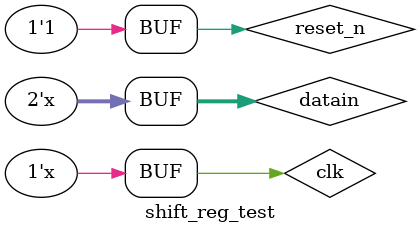
<source format=v>
`timescale 1ns/100ps

module shift_reg_test;
    
   reg            clk;
	reg            reset_n;
	reg  [ 1 : 0 ] datain;
	
	wire [ 1 : 0 ] dataout;
    
   shift_reg DESIGN (
			.clk    ( clk ),
			.reset_n( reset_n ),
			.datain ( datain ),
				
			.dataout( dataout )
	);
    
   initial
   begin
      clk = 1'b0;
   end
	always
	begin
		#5 clk = ~clk;
	end

   initial
   begin
		#0  reset_n = 1'b0;
      #10 reset_n = 1'b1;
   end

	initial
	begin
		datain = 2'b00;
	end
	always
	begin
		#10 datain = datain + 2'b01;
	end
    
endmodule

</source>
